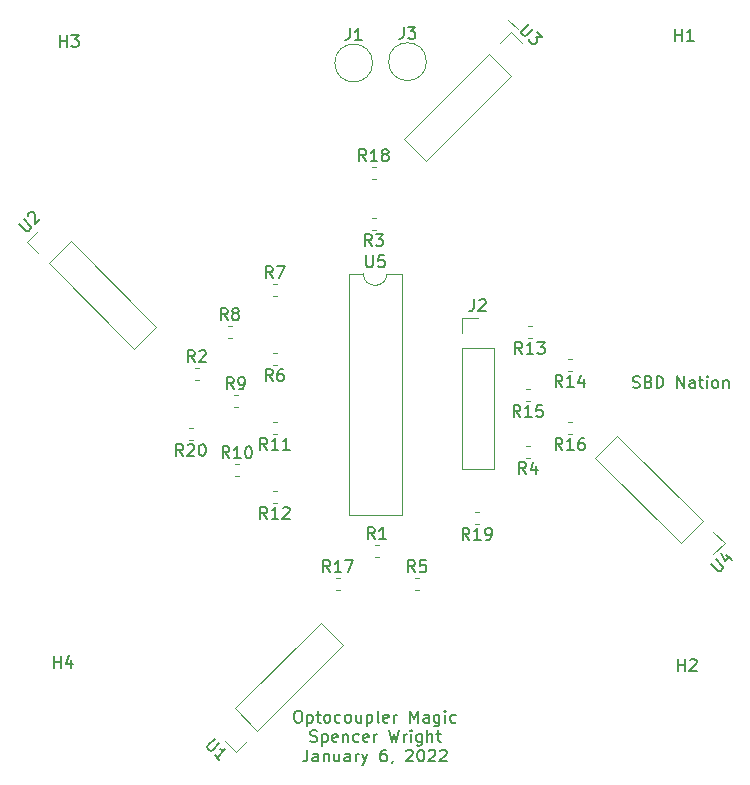
<source format=gto>
G04 #@! TF.GenerationSoftware,KiCad,Pcbnew,(5.1.6-0-10_14)*
G04 #@! TF.CreationDate,2022-01-06T22:32:46-06:00*
G04 #@! TF.ProjectId,opto_isolator,6f70746f-5f69-4736-9f6c-61746f722e6b,rev?*
G04 #@! TF.SameCoordinates,Original*
G04 #@! TF.FileFunction,Legend,Top*
G04 #@! TF.FilePolarity,Positive*
%FSLAX46Y46*%
G04 Gerber Fmt 4.6, Leading zero omitted, Abs format (unit mm)*
G04 Created by KiCad (PCBNEW (5.1.6-0-10_14)) date 2022-01-06 22:32:46*
%MOMM*%
%LPD*%
G01*
G04 APERTURE LIST*
%ADD10C,0.150000*%
%ADD11C,0.120000*%
%ADD12C,0.100000*%
%ADD13R,1.800000X1.800000*%
%ADD14O,1.800000X1.800000*%
%ADD15R,2.500000X1.700000*%
%ADD16O,2.500000X1.700000*%
%ADD17C,2.700000*%
%ADD18C,3.100000*%
G04 APERTURE END LIST*
D10*
X150106571Y-81938761D02*
X150249428Y-81986380D01*
X150487523Y-81986380D01*
X150582761Y-81938761D01*
X150630380Y-81891142D01*
X150678000Y-81795904D01*
X150678000Y-81700666D01*
X150630380Y-81605428D01*
X150582761Y-81557809D01*
X150487523Y-81510190D01*
X150297047Y-81462571D01*
X150201809Y-81414952D01*
X150154190Y-81367333D01*
X150106571Y-81272095D01*
X150106571Y-81176857D01*
X150154190Y-81081619D01*
X150201809Y-81034000D01*
X150297047Y-80986380D01*
X150535142Y-80986380D01*
X150678000Y-81034000D01*
X151439904Y-81462571D02*
X151582761Y-81510190D01*
X151630380Y-81557809D01*
X151678000Y-81653047D01*
X151678000Y-81795904D01*
X151630380Y-81891142D01*
X151582761Y-81938761D01*
X151487523Y-81986380D01*
X151106571Y-81986380D01*
X151106571Y-80986380D01*
X151439904Y-80986380D01*
X151535142Y-81034000D01*
X151582761Y-81081619D01*
X151630380Y-81176857D01*
X151630380Y-81272095D01*
X151582761Y-81367333D01*
X151535142Y-81414952D01*
X151439904Y-81462571D01*
X151106571Y-81462571D01*
X152106571Y-81986380D02*
X152106571Y-80986380D01*
X152344666Y-80986380D01*
X152487523Y-81034000D01*
X152582761Y-81129238D01*
X152630380Y-81224476D01*
X152678000Y-81414952D01*
X152678000Y-81557809D01*
X152630380Y-81748285D01*
X152582761Y-81843523D01*
X152487523Y-81938761D01*
X152344666Y-81986380D01*
X152106571Y-81986380D01*
X153868476Y-81986380D02*
X153868476Y-80986380D01*
X154439904Y-81986380D01*
X154439904Y-80986380D01*
X155344666Y-81986380D02*
X155344666Y-81462571D01*
X155297047Y-81367333D01*
X155201809Y-81319714D01*
X155011333Y-81319714D01*
X154916095Y-81367333D01*
X155344666Y-81938761D02*
X155249428Y-81986380D01*
X155011333Y-81986380D01*
X154916095Y-81938761D01*
X154868476Y-81843523D01*
X154868476Y-81748285D01*
X154916095Y-81653047D01*
X155011333Y-81605428D01*
X155249428Y-81605428D01*
X155344666Y-81557809D01*
X155678000Y-81319714D02*
X156058952Y-81319714D01*
X155820857Y-80986380D02*
X155820857Y-81843523D01*
X155868476Y-81938761D01*
X155963714Y-81986380D01*
X156058952Y-81986380D01*
X156392285Y-81986380D02*
X156392285Y-81319714D01*
X156392285Y-80986380D02*
X156344666Y-81034000D01*
X156392285Y-81081619D01*
X156439904Y-81034000D01*
X156392285Y-80986380D01*
X156392285Y-81081619D01*
X157011333Y-81986380D02*
X156916095Y-81938761D01*
X156868476Y-81891142D01*
X156820857Y-81795904D01*
X156820857Y-81510190D01*
X156868476Y-81414952D01*
X156916095Y-81367333D01*
X157011333Y-81319714D01*
X157154190Y-81319714D01*
X157249428Y-81367333D01*
X157297047Y-81414952D01*
X157344666Y-81510190D01*
X157344666Y-81795904D01*
X157297047Y-81891142D01*
X157249428Y-81938761D01*
X157154190Y-81986380D01*
X157011333Y-81986380D01*
X157773238Y-81319714D02*
X157773238Y-81986380D01*
X157773238Y-81414952D02*
X157820857Y-81367333D01*
X157916095Y-81319714D01*
X158058952Y-81319714D01*
X158154190Y-81367333D01*
X158201809Y-81462571D01*
X158201809Y-81986380D01*
X121674761Y-109308380D02*
X121865238Y-109308380D01*
X121960476Y-109356000D01*
X122055714Y-109451238D01*
X122103333Y-109641714D01*
X122103333Y-109975047D01*
X122055714Y-110165523D01*
X121960476Y-110260761D01*
X121865238Y-110308380D01*
X121674761Y-110308380D01*
X121579523Y-110260761D01*
X121484285Y-110165523D01*
X121436666Y-109975047D01*
X121436666Y-109641714D01*
X121484285Y-109451238D01*
X121579523Y-109356000D01*
X121674761Y-109308380D01*
X122531904Y-109641714D02*
X122531904Y-110641714D01*
X122531904Y-109689333D02*
X122627142Y-109641714D01*
X122817619Y-109641714D01*
X122912857Y-109689333D01*
X122960476Y-109736952D01*
X123008095Y-109832190D01*
X123008095Y-110117904D01*
X122960476Y-110213142D01*
X122912857Y-110260761D01*
X122817619Y-110308380D01*
X122627142Y-110308380D01*
X122531904Y-110260761D01*
X123293809Y-109641714D02*
X123674761Y-109641714D01*
X123436666Y-109308380D02*
X123436666Y-110165523D01*
X123484285Y-110260761D01*
X123579523Y-110308380D01*
X123674761Y-110308380D01*
X124150952Y-110308380D02*
X124055714Y-110260761D01*
X124008095Y-110213142D01*
X123960476Y-110117904D01*
X123960476Y-109832190D01*
X124008095Y-109736952D01*
X124055714Y-109689333D01*
X124150952Y-109641714D01*
X124293809Y-109641714D01*
X124389047Y-109689333D01*
X124436666Y-109736952D01*
X124484285Y-109832190D01*
X124484285Y-110117904D01*
X124436666Y-110213142D01*
X124389047Y-110260761D01*
X124293809Y-110308380D01*
X124150952Y-110308380D01*
X125341428Y-110260761D02*
X125246190Y-110308380D01*
X125055714Y-110308380D01*
X124960476Y-110260761D01*
X124912857Y-110213142D01*
X124865238Y-110117904D01*
X124865238Y-109832190D01*
X124912857Y-109736952D01*
X124960476Y-109689333D01*
X125055714Y-109641714D01*
X125246190Y-109641714D01*
X125341428Y-109689333D01*
X125912857Y-110308380D02*
X125817619Y-110260761D01*
X125770000Y-110213142D01*
X125722380Y-110117904D01*
X125722380Y-109832190D01*
X125770000Y-109736952D01*
X125817619Y-109689333D01*
X125912857Y-109641714D01*
X126055714Y-109641714D01*
X126150952Y-109689333D01*
X126198571Y-109736952D01*
X126246190Y-109832190D01*
X126246190Y-110117904D01*
X126198571Y-110213142D01*
X126150952Y-110260761D01*
X126055714Y-110308380D01*
X125912857Y-110308380D01*
X127103333Y-109641714D02*
X127103333Y-110308380D01*
X126674761Y-109641714D02*
X126674761Y-110165523D01*
X126722380Y-110260761D01*
X126817619Y-110308380D01*
X126960476Y-110308380D01*
X127055714Y-110260761D01*
X127103333Y-110213142D01*
X127579523Y-109641714D02*
X127579523Y-110641714D01*
X127579523Y-109689333D02*
X127674761Y-109641714D01*
X127865238Y-109641714D01*
X127960476Y-109689333D01*
X128008095Y-109736952D01*
X128055714Y-109832190D01*
X128055714Y-110117904D01*
X128008095Y-110213142D01*
X127960476Y-110260761D01*
X127865238Y-110308380D01*
X127674761Y-110308380D01*
X127579523Y-110260761D01*
X128627142Y-110308380D02*
X128531904Y-110260761D01*
X128484285Y-110165523D01*
X128484285Y-109308380D01*
X129389047Y-110260761D02*
X129293809Y-110308380D01*
X129103333Y-110308380D01*
X129008095Y-110260761D01*
X128960476Y-110165523D01*
X128960476Y-109784571D01*
X129008095Y-109689333D01*
X129103333Y-109641714D01*
X129293809Y-109641714D01*
X129389047Y-109689333D01*
X129436666Y-109784571D01*
X129436666Y-109879809D01*
X128960476Y-109975047D01*
X129865238Y-110308380D02*
X129865238Y-109641714D01*
X129865238Y-109832190D02*
X129912857Y-109736952D01*
X129960476Y-109689333D01*
X130055714Y-109641714D01*
X130150952Y-109641714D01*
X131246190Y-110308380D02*
X131246190Y-109308380D01*
X131579523Y-110022666D01*
X131912857Y-109308380D01*
X131912857Y-110308380D01*
X132817619Y-110308380D02*
X132817619Y-109784571D01*
X132770000Y-109689333D01*
X132674761Y-109641714D01*
X132484285Y-109641714D01*
X132389047Y-109689333D01*
X132817619Y-110260761D02*
X132722380Y-110308380D01*
X132484285Y-110308380D01*
X132389047Y-110260761D01*
X132341428Y-110165523D01*
X132341428Y-110070285D01*
X132389047Y-109975047D01*
X132484285Y-109927428D01*
X132722380Y-109927428D01*
X132817619Y-109879809D01*
X133722380Y-109641714D02*
X133722380Y-110451238D01*
X133674761Y-110546476D01*
X133627142Y-110594095D01*
X133531904Y-110641714D01*
X133389047Y-110641714D01*
X133293809Y-110594095D01*
X133722380Y-110260761D02*
X133627142Y-110308380D01*
X133436666Y-110308380D01*
X133341428Y-110260761D01*
X133293809Y-110213142D01*
X133246190Y-110117904D01*
X133246190Y-109832190D01*
X133293809Y-109736952D01*
X133341428Y-109689333D01*
X133436666Y-109641714D01*
X133627142Y-109641714D01*
X133722380Y-109689333D01*
X134198571Y-110308380D02*
X134198571Y-109641714D01*
X134198571Y-109308380D02*
X134150952Y-109356000D01*
X134198571Y-109403619D01*
X134246190Y-109356000D01*
X134198571Y-109308380D01*
X134198571Y-109403619D01*
X135103333Y-110260761D02*
X135008095Y-110308380D01*
X134817619Y-110308380D01*
X134722380Y-110260761D01*
X134674761Y-110213142D01*
X134627142Y-110117904D01*
X134627142Y-109832190D01*
X134674761Y-109736952D01*
X134722380Y-109689333D01*
X134817619Y-109641714D01*
X135008095Y-109641714D01*
X135103333Y-109689333D01*
X122793809Y-111910761D02*
X122936666Y-111958380D01*
X123174761Y-111958380D01*
X123270000Y-111910761D01*
X123317619Y-111863142D01*
X123365238Y-111767904D01*
X123365238Y-111672666D01*
X123317619Y-111577428D01*
X123270000Y-111529809D01*
X123174761Y-111482190D01*
X122984285Y-111434571D01*
X122889047Y-111386952D01*
X122841428Y-111339333D01*
X122793809Y-111244095D01*
X122793809Y-111148857D01*
X122841428Y-111053619D01*
X122889047Y-111006000D01*
X122984285Y-110958380D01*
X123222380Y-110958380D01*
X123365238Y-111006000D01*
X123793809Y-111291714D02*
X123793809Y-112291714D01*
X123793809Y-111339333D02*
X123889047Y-111291714D01*
X124079523Y-111291714D01*
X124174761Y-111339333D01*
X124222380Y-111386952D01*
X124270000Y-111482190D01*
X124270000Y-111767904D01*
X124222380Y-111863142D01*
X124174761Y-111910761D01*
X124079523Y-111958380D01*
X123889047Y-111958380D01*
X123793809Y-111910761D01*
X125079523Y-111910761D02*
X124984285Y-111958380D01*
X124793809Y-111958380D01*
X124698571Y-111910761D01*
X124650952Y-111815523D01*
X124650952Y-111434571D01*
X124698571Y-111339333D01*
X124793809Y-111291714D01*
X124984285Y-111291714D01*
X125079523Y-111339333D01*
X125127142Y-111434571D01*
X125127142Y-111529809D01*
X124650952Y-111625047D01*
X125555714Y-111291714D02*
X125555714Y-111958380D01*
X125555714Y-111386952D02*
X125603333Y-111339333D01*
X125698571Y-111291714D01*
X125841428Y-111291714D01*
X125936666Y-111339333D01*
X125984285Y-111434571D01*
X125984285Y-111958380D01*
X126889047Y-111910761D02*
X126793809Y-111958380D01*
X126603333Y-111958380D01*
X126508095Y-111910761D01*
X126460476Y-111863142D01*
X126412857Y-111767904D01*
X126412857Y-111482190D01*
X126460476Y-111386952D01*
X126508095Y-111339333D01*
X126603333Y-111291714D01*
X126793809Y-111291714D01*
X126889047Y-111339333D01*
X127698571Y-111910761D02*
X127603333Y-111958380D01*
X127412857Y-111958380D01*
X127317619Y-111910761D01*
X127270000Y-111815523D01*
X127270000Y-111434571D01*
X127317619Y-111339333D01*
X127412857Y-111291714D01*
X127603333Y-111291714D01*
X127698571Y-111339333D01*
X127746190Y-111434571D01*
X127746190Y-111529809D01*
X127270000Y-111625047D01*
X128174761Y-111958380D02*
X128174761Y-111291714D01*
X128174761Y-111482190D02*
X128222380Y-111386952D01*
X128270000Y-111339333D01*
X128365238Y-111291714D01*
X128460476Y-111291714D01*
X129460476Y-110958380D02*
X129698571Y-111958380D01*
X129889047Y-111244095D01*
X130079523Y-111958380D01*
X130317619Y-110958380D01*
X130698571Y-111958380D02*
X130698571Y-111291714D01*
X130698571Y-111482190D02*
X130746190Y-111386952D01*
X130793809Y-111339333D01*
X130889047Y-111291714D01*
X130984285Y-111291714D01*
X131317619Y-111958380D02*
X131317619Y-111291714D01*
X131317619Y-110958380D02*
X131270000Y-111006000D01*
X131317619Y-111053619D01*
X131365238Y-111006000D01*
X131317619Y-110958380D01*
X131317619Y-111053619D01*
X132222380Y-111291714D02*
X132222380Y-112101238D01*
X132174761Y-112196476D01*
X132127142Y-112244095D01*
X132031904Y-112291714D01*
X131889047Y-112291714D01*
X131793809Y-112244095D01*
X132222380Y-111910761D02*
X132127142Y-111958380D01*
X131936666Y-111958380D01*
X131841428Y-111910761D01*
X131793809Y-111863142D01*
X131746190Y-111767904D01*
X131746190Y-111482190D01*
X131793809Y-111386952D01*
X131841428Y-111339333D01*
X131936666Y-111291714D01*
X132127142Y-111291714D01*
X132222380Y-111339333D01*
X132698571Y-111958380D02*
X132698571Y-110958380D01*
X133127142Y-111958380D02*
X133127142Y-111434571D01*
X133079523Y-111339333D01*
X132984285Y-111291714D01*
X132841428Y-111291714D01*
X132746190Y-111339333D01*
X132698571Y-111386952D01*
X133460476Y-111291714D02*
X133841428Y-111291714D01*
X133603333Y-110958380D02*
X133603333Y-111815523D01*
X133650952Y-111910761D01*
X133746190Y-111958380D01*
X133841428Y-111958380D01*
X122531904Y-112608380D02*
X122531904Y-113322666D01*
X122484285Y-113465523D01*
X122389047Y-113560761D01*
X122246190Y-113608380D01*
X122150952Y-113608380D01*
X123436666Y-113608380D02*
X123436666Y-113084571D01*
X123389047Y-112989333D01*
X123293809Y-112941714D01*
X123103333Y-112941714D01*
X123008095Y-112989333D01*
X123436666Y-113560761D02*
X123341428Y-113608380D01*
X123103333Y-113608380D01*
X123008095Y-113560761D01*
X122960476Y-113465523D01*
X122960476Y-113370285D01*
X123008095Y-113275047D01*
X123103333Y-113227428D01*
X123341428Y-113227428D01*
X123436666Y-113179809D01*
X123912857Y-112941714D02*
X123912857Y-113608380D01*
X123912857Y-113036952D02*
X123960476Y-112989333D01*
X124055714Y-112941714D01*
X124198571Y-112941714D01*
X124293809Y-112989333D01*
X124341428Y-113084571D01*
X124341428Y-113608380D01*
X125246190Y-112941714D02*
X125246190Y-113608380D01*
X124817619Y-112941714D02*
X124817619Y-113465523D01*
X124865238Y-113560761D01*
X124960476Y-113608380D01*
X125103333Y-113608380D01*
X125198571Y-113560761D01*
X125246190Y-113513142D01*
X126150952Y-113608380D02*
X126150952Y-113084571D01*
X126103333Y-112989333D01*
X126008095Y-112941714D01*
X125817619Y-112941714D01*
X125722380Y-112989333D01*
X126150952Y-113560761D02*
X126055714Y-113608380D01*
X125817619Y-113608380D01*
X125722380Y-113560761D01*
X125674761Y-113465523D01*
X125674761Y-113370285D01*
X125722380Y-113275047D01*
X125817619Y-113227428D01*
X126055714Y-113227428D01*
X126150952Y-113179809D01*
X126627142Y-113608380D02*
X126627142Y-112941714D01*
X126627142Y-113132190D02*
X126674761Y-113036952D01*
X126722380Y-112989333D01*
X126817619Y-112941714D01*
X126912857Y-112941714D01*
X127150952Y-112941714D02*
X127389047Y-113608380D01*
X127627142Y-112941714D02*
X127389047Y-113608380D01*
X127293809Y-113846476D01*
X127246190Y-113894095D01*
X127150952Y-113941714D01*
X129198571Y-112608380D02*
X129008095Y-112608380D01*
X128912857Y-112656000D01*
X128865238Y-112703619D01*
X128770000Y-112846476D01*
X128722380Y-113036952D01*
X128722380Y-113417904D01*
X128770000Y-113513142D01*
X128817619Y-113560761D01*
X128912857Y-113608380D01*
X129103333Y-113608380D01*
X129198571Y-113560761D01*
X129246190Y-113513142D01*
X129293809Y-113417904D01*
X129293809Y-113179809D01*
X129246190Y-113084571D01*
X129198571Y-113036952D01*
X129103333Y-112989333D01*
X128912857Y-112989333D01*
X128817619Y-113036952D01*
X128770000Y-113084571D01*
X128722380Y-113179809D01*
X129770000Y-113560761D02*
X129770000Y-113608380D01*
X129722380Y-113703619D01*
X129674761Y-113751238D01*
X130912857Y-112703619D02*
X130960476Y-112656000D01*
X131055714Y-112608380D01*
X131293809Y-112608380D01*
X131389047Y-112656000D01*
X131436666Y-112703619D01*
X131484285Y-112798857D01*
X131484285Y-112894095D01*
X131436666Y-113036952D01*
X130865238Y-113608380D01*
X131484285Y-113608380D01*
X132103333Y-112608380D02*
X132198571Y-112608380D01*
X132293809Y-112656000D01*
X132341428Y-112703619D01*
X132389047Y-112798857D01*
X132436666Y-112989333D01*
X132436666Y-113227428D01*
X132389047Y-113417904D01*
X132341428Y-113513142D01*
X132293809Y-113560761D01*
X132198571Y-113608380D01*
X132103333Y-113608380D01*
X132008095Y-113560761D01*
X131960476Y-113513142D01*
X131912857Y-113417904D01*
X131865238Y-113227428D01*
X131865238Y-112989333D01*
X131912857Y-112798857D01*
X131960476Y-112703619D01*
X132008095Y-112656000D01*
X132103333Y-112608380D01*
X132817619Y-112703619D02*
X132865238Y-112656000D01*
X132960476Y-112608380D01*
X133198571Y-112608380D01*
X133293809Y-112656000D01*
X133341428Y-112703619D01*
X133389047Y-112798857D01*
X133389047Y-112894095D01*
X133341428Y-113036952D01*
X132770000Y-113608380D01*
X133389047Y-113608380D01*
X133770000Y-112703619D02*
X133817619Y-112656000D01*
X133912857Y-112608380D01*
X134150952Y-112608380D01*
X134246190Y-112656000D01*
X134293809Y-112703619D01*
X134341428Y-112798857D01*
X134341428Y-112894095D01*
X134293809Y-113036952D01*
X133722380Y-113608380D01*
X134341428Y-113608380D01*
D11*
X140400000Y-51620000D02*
X139570000Y-50790000D01*
X139780000Y-51849096D02*
X140720452Y-52789548D01*
X138839548Y-52789548D02*
X139780000Y-51849096D01*
X137941522Y-53687574D02*
X139822426Y-55568478D01*
X139822426Y-55568478D02*
X132595795Y-62795109D01*
X137941522Y-53687574D02*
X130714891Y-60914205D01*
X130714891Y-60914205D02*
X132595795Y-62795109D01*
X135650000Y-76030000D02*
X136980000Y-76030000D01*
X135650000Y-77360000D02*
X135650000Y-76030000D01*
X135650000Y-78630000D02*
X138310000Y-78630000D01*
X138310000Y-78630000D02*
X138310000Y-88850000D01*
X135650000Y-78630000D02*
X135650000Y-88850000D01*
X135650000Y-88850000D02*
X138310000Y-88850000D01*
X128239733Y-96268000D02*
X128582267Y-96268000D01*
X128239733Y-95248000D02*
X128582267Y-95248000D01*
X112999733Y-80262000D02*
X113342267Y-80262000D01*
X112999733Y-81282000D02*
X113342267Y-81282000D01*
X128328267Y-67562000D02*
X127985733Y-67562000D01*
X128328267Y-68582000D02*
X127985733Y-68582000D01*
X141395267Y-87886000D02*
X141052733Y-87886000D01*
X141395267Y-86866000D02*
X141052733Y-86866000D01*
X131654733Y-98042000D02*
X131997267Y-98042000D01*
X131654733Y-99062000D02*
X131997267Y-99062000D01*
X119946267Y-78992000D02*
X119603733Y-78992000D01*
X119946267Y-80012000D02*
X119603733Y-80012000D01*
X119603733Y-73150000D02*
X119946267Y-73150000D01*
X119603733Y-74170000D02*
X119946267Y-74170000D01*
X115793733Y-77726000D02*
X116136267Y-77726000D01*
X115793733Y-76706000D02*
X116136267Y-76706000D01*
X116301733Y-82548000D02*
X116644267Y-82548000D01*
X116301733Y-83568000D02*
X116644267Y-83568000D01*
X116414733Y-89410000D02*
X116757267Y-89410000D01*
X116414733Y-88390000D02*
X116757267Y-88390000D01*
X119946267Y-85854000D02*
X119603733Y-85854000D01*
X119946267Y-84834000D02*
X119603733Y-84834000D01*
X119946267Y-90676000D02*
X119603733Y-90676000D01*
X119946267Y-91696000D02*
X119603733Y-91696000D01*
X141536267Y-77726000D02*
X141193733Y-77726000D01*
X141536267Y-76706000D02*
X141193733Y-76706000D01*
X144951267Y-79500000D02*
X144608733Y-79500000D01*
X144951267Y-80520000D02*
X144608733Y-80520000D01*
X141395267Y-83060000D02*
X141052733Y-83060000D01*
X141395267Y-82040000D02*
X141052733Y-82040000D01*
X144951267Y-84834000D02*
X144608733Y-84834000D01*
X144951267Y-85854000D02*
X144608733Y-85854000D01*
X116480000Y-112830904D02*
X115539548Y-111890452D01*
X117420452Y-111890452D02*
X116480000Y-112830904D01*
X118318478Y-110992426D02*
X116437574Y-109111522D01*
X116437574Y-109111522D02*
X123664205Y-101884891D01*
X118318478Y-110992426D02*
X125545109Y-103765795D01*
X125545109Y-103765795D02*
X123664205Y-101884891D01*
X107864205Y-78665109D02*
X109745109Y-76784205D01*
X100637574Y-71438478D02*
X107864205Y-78665109D01*
X102518478Y-69557574D02*
X109745109Y-76784205D01*
X100637574Y-71438478D02*
X102518478Y-69557574D01*
X99739548Y-70540452D02*
X98799096Y-69600000D01*
X98799096Y-69600000D02*
X99739548Y-68659548D01*
X157860904Y-95100000D02*
X156920452Y-96040452D01*
X156920452Y-94159548D02*
X157860904Y-95100000D01*
X156022426Y-93261522D02*
X154141522Y-95142426D01*
X154141522Y-95142426D02*
X146914891Y-87915795D01*
X156022426Y-93261522D02*
X148795795Y-86034891D01*
X148795795Y-86034891D02*
X146914891Y-87915795D01*
X130530000Y-72300000D02*
X129280000Y-72300000D01*
X130530000Y-92740000D02*
X130530000Y-72300000D01*
X126030000Y-92740000D02*
X130530000Y-92740000D01*
X126030000Y-72300000D02*
X126030000Y-92740000D01*
X127280000Y-72300000D02*
X126030000Y-72300000D01*
X129280000Y-72300000D02*
G75*
G02*
X127280000Y-72300000I-1000000J0D01*
G01*
X128060781Y-54470000D02*
G75*
G03*
X128060781Y-54470000I-1600781J0D01*
G01*
X132620781Y-54356000D02*
G75*
G03*
X132620781Y-54356000I-1600781J0D01*
G01*
X124937733Y-98042000D02*
X125280267Y-98042000D01*
X124937733Y-99062000D02*
X125280267Y-99062000D01*
X127985733Y-64264000D02*
X128328267Y-64264000D01*
X127985733Y-63244000D02*
X128328267Y-63244000D01*
X137077267Y-93474000D02*
X136734733Y-93474000D01*
X137077267Y-92454000D02*
X136734733Y-92454000D01*
X112834267Y-85342000D02*
X112491733Y-85342000D01*
X112834267Y-86362000D02*
X112491733Y-86362000D01*
D10*
X141276036Y-51156467D02*
X140703616Y-51728887D01*
X140669944Y-51829902D01*
X140669944Y-51897246D01*
X140703616Y-51998261D01*
X140838303Y-52132948D01*
X140939318Y-52166620D01*
X141006662Y-52166620D01*
X141107677Y-52132948D01*
X141680097Y-51560528D01*
X141949471Y-51829902D02*
X142387203Y-52267635D01*
X141882127Y-52301307D01*
X141983142Y-52402322D01*
X142016814Y-52503337D01*
X142016814Y-52570681D01*
X141983142Y-52671696D01*
X141814784Y-52840055D01*
X141713768Y-52873727D01*
X141646425Y-52873727D01*
X141545410Y-52840055D01*
X141343379Y-52638024D01*
X141309707Y-52537009D01*
X141309707Y-52469666D01*
X136646666Y-74482380D02*
X136646666Y-75196666D01*
X136599047Y-75339523D01*
X136503809Y-75434761D01*
X136360952Y-75482380D01*
X136265714Y-75482380D01*
X137075238Y-74577619D02*
X137122857Y-74530000D01*
X137218095Y-74482380D01*
X137456190Y-74482380D01*
X137551428Y-74530000D01*
X137599047Y-74577619D01*
X137646666Y-74672857D01*
X137646666Y-74768095D01*
X137599047Y-74910952D01*
X137027619Y-75482380D01*
X137646666Y-75482380D01*
X128244333Y-94780380D02*
X127911000Y-94304190D01*
X127672904Y-94780380D02*
X127672904Y-93780380D01*
X128053857Y-93780380D01*
X128149095Y-93828000D01*
X128196714Y-93875619D01*
X128244333Y-93970857D01*
X128244333Y-94113714D01*
X128196714Y-94208952D01*
X128149095Y-94256571D01*
X128053857Y-94304190D01*
X127672904Y-94304190D01*
X129196714Y-94780380D02*
X128625285Y-94780380D01*
X128911000Y-94780380D02*
X128911000Y-93780380D01*
X128815761Y-93923238D01*
X128720523Y-94018476D01*
X128625285Y-94066095D01*
X113004333Y-79794380D02*
X112671000Y-79318190D01*
X112432904Y-79794380D02*
X112432904Y-78794380D01*
X112813857Y-78794380D01*
X112909095Y-78842000D01*
X112956714Y-78889619D01*
X113004333Y-78984857D01*
X113004333Y-79127714D01*
X112956714Y-79222952D01*
X112909095Y-79270571D01*
X112813857Y-79318190D01*
X112432904Y-79318190D01*
X113385285Y-78889619D02*
X113432904Y-78842000D01*
X113528142Y-78794380D01*
X113766238Y-78794380D01*
X113861476Y-78842000D01*
X113909095Y-78889619D01*
X113956714Y-78984857D01*
X113956714Y-79080095D01*
X113909095Y-79222952D01*
X113337666Y-79794380D01*
X113956714Y-79794380D01*
X127990333Y-69954380D02*
X127657000Y-69478190D01*
X127418904Y-69954380D02*
X127418904Y-68954380D01*
X127799857Y-68954380D01*
X127895095Y-69002000D01*
X127942714Y-69049619D01*
X127990333Y-69144857D01*
X127990333Y-69287714D01*
X127942714Y-69382952D01*
X127895095Y-69430571D01*
X127799857Y-69478190D01*
X127418904Y-69478190D01*
X128323666Y-68954380D02*
X128942714Y-68954380D01*
X128609380Y-69335333D01*
X128752238Y-69335333D01*
X128847476Y-69382952D01*
X128895095Y-69430571D01*
X128942714Y-69525809D01*
X128942714Y-69763904D01*
X128895095Y-69859142D01*
X128847476Y-69906761D01*
X128752238Y-69954380D01*
X128466523Y-69954380D01*
X128371285Y-69906761D01*
X128323666Y-69859142D01*
X141057333Y-89258380D02*
X140724000Y-88782190D01*
X140485904Y-89258380D02*
X140485904Y-88258380D01*
X140866857Y-88258380D01*
X140962095Y-88306000D01*
X141009714Y-88353619D01*
X141057333Y-88448857D01*
X141057333Y-88591714D01*
X141009714Y-88686952D01*
X140962095Y-88734571D01*
X140866857Y-88782190D01*
X140485904Y-88782190D01*
X141914476Y-88591714D02*
X141914476Y-89258380D01*
X141676380Y-88210761D02*
X141438285Y-88925047D01*
X142057333Y-88925047D01*
X131659333Y-97574380D02*
X131326000Y-97098190D01*
X131087904Y-97574380D02*
X131087904Y-96574380D01*
X131468857Y-96574380D01*
X131564095Y-96622000D01*
X131611714Y-96669619D01*
X131659333Y-96764857D01*
X131659333Y-96907714D01*
X131611714Y-97002952D01*
X131564095Y-97050571D01*
X131468857Y-97098190D01*
X131087904Y-97098190D01*
X132564095Y-96574380D02*
X132087904Y-96574380D01*
X132040285Y-97050571D01*
X132087904Y-97002952D01*
X132183142Y-96955333D01*
X132421238Y-96955333D01*
X132516476Y-97002952D01*
X132564095Y-97050571D01*
X132611714Y-97145809D01*
X132611714Y-97383904D01*
X132564095Y-97479142D01*
X132516476Y-97526761D01*
X132421238Y-97574380D01*
X132183142Y-97574380D01*
X132087904Y-97526761D01*
X132040285Y-97479142D01*
X119608333Y-81384380D02*
X119275000Y-80908190D01*
X119036904Y-81384380D02*
X119036904Y-80384380D01*
X119417857Y-80384380D01*
X119513095Y-80432000D01*
X119560714Y-80479619D01*
X119608333Y-80574857D01*
X119608333Y-80717714D01*
X119560714Y-80812952D01*
X119513095Y-80860571D01*
X119417857Y-80908190D01*
X119036904Y-80908190D01*
X120465476Y-80384380D02*
X120275000Y-80384380D01*
X120179761Y-80432000D01*
X120132142Y-80479619D01*
X120036904Y-80622476D01*
X119989285Y-80812952D01*
X119989285Y-81193904D01*
X120036904Y-81289142D01*
X120084523Y-81336761D01*
X120179761Y-81384380D01*
X120370238Y-81384380D01*
X120465476Y-81336761D01*
X120513095Y-81289142D01*
X120560714Y-81193904D01*
X120560714Y-80955809D01*
X120513095Y-80860571D01*
X120465476Y-80812952D01*
X120370238Y-80765333D01*
X120179761Y-80765333D01*
X120084523Y-80812952D01*
X120036904Y-80860571D01*
X119989285Y-80955809D01*
X119608333Y-72682380D02*
X119275000Y-72206190D01*
X119036904Y-72682380D02*
X119036904Y-71682380D01*
X119417857Y-71682380D01*
X119513095Y-71730000D01*
X119560714Y-71777619D01*
X119608333Y-71872857D01*
X119608333Y-72015714D01*
X119560714Y-72110952D01*
X119513095Y-72158571D01*
X119417857Y-72206190D01*
X119036904Y-72206190D01*
X119941666Y-71682380D02*
X120608333Y-71682380D01*
X120179761Y-72682380D01*
X115798333Y-76238380D02*
X115465000Y-75762190D01*
X115226904Y-76238380D02*
X115226904Y-75238380D01*
X115607857Y-75238380D01*
X115703095Y-75286000D01*
X115750714Y-75333619D01*
X115798333Y-75428857D01*
X115798333Y-75571714D01*
X115750714Y-75666952D01*
X115703095Y-75714571D01*
X115607857Y-75762190D01*
X115226904Y-75762190D01*
X116369761Y-75666952D02*
X116274523Y-75619333D01*
X116226904Y-75571714D01*
X116179285Y-75476476D01*
X116179285Y-75428857D01*
X116226904Y-75333619D01*
X116274523Y-75286000D01*
X116369761Y-75238380D01*
X116560238Y-75238380D01*
X116655476Y-75286000D01*
X116703095Y-75333619D01*
X116750714Y-75428857D01*
X116750714Y-75476476D01*
X116703095Y-75571714D01*
X116655476Y-75619333D01*
X116560238Y-75666952D01*
X116369761Y-75666952D01*
X116274523Y-75714571D01*
X116226904Y-75762190D01*
X116179285Y-75857428D01*
X116179285Y-76047904D01*
X116226904Y-76143142D01*
X116274523Y-76190761D01*
X116369761Y-76238380D01*
X116560238Y-76238380D01*
X116655476Y-76190761D01*
X116703095Y-76143142D01*
X116750714Y-76047904D01*
X116750714Y-75857428D01*
X116703095Y-75762190D01*
X116655476Y-75714571D01*
X116560238Y-75666952D01*
X116306333Y-82080380D02*
X115973000Y-81604190D01*
X115734904Y-82080380D02*
X115734904Y-81080380D01*
X116115857Y-81080380D01*
X116211095Y-81128000D01*
X116258714Y-81175619D01*
X116306333Y-81270857D01*
X116306333Y-81413714D01*
X116258714Y-81508952D01*
X116211095Y-81556571D01*
X116115857Y-81604190D01*
X115734904Y-81604190D01*
X116782523Y-82080380D02*
X116973000Y-82080380D01*
X117068238Y-82032761D01*
X117115857Y-81985142D01*
X117211095Y-81842285D01*
X117258714Y-81651809D01*
X117258714Y-81270857D01*
X117211095Y-81175619D01*
X117163476Y-81128000D01*
X117068238Y-81080380D01*
X116877761Y-81080380D01*
X116782523Y-81128000D01*
X116734904Y-81175619D01*
X116687285Y-81270857D01*
X116687285Y-81508952D01*
X116734904Y-81604190D01*
X116782523Y-81651809D01*
X116877761Y-81699428D01*
X117068238Y-81699428D01*
X117163476Y-81651809D01*
X117211095Y-81604190D01*
X117258714Y-81508952D01*
X115943142Y-87922380D02*
X115609809Y-87446190D01*
X115371714Y-87922380D02*
X115371714Y-86922380D01*
X115752666Y-86922380D01*
X115847904Y-86970000D01*
X115895523Y-87017619D01*
X115943142Y-87112857D01*
X115943142Y-87255714D01*
X115895523Y-87350952D01*
X115847904Y-87398571D01*
X115752666Y-87446190D01*
X115371714Y-87446190D01*
X116895523Y-87922380D02*
X116324095Y-87922380D01*
X116609809Y-87922380D02*
X116609809Y-86922380D01*
X116514571Y-87065238D01*
X116419333Y-87160476D01*
X116324095Y-87208095D01*
X117514571Y-86922380D02*
X117609809Y-86922380D01*
X117705047Y-86970000D01*
X117752666Y-87017619D01*
X117800285Y-87112857D01*
X117847904Y-87303333D01*
X117847904Y-87541428D01*
X117800285Y-87731904D01*
X117752666Y-87827142D01*
X117705047Y-87874761D01*
X117609809Y-87922380D01*
X117514571Y-87922380D01*
X117419333Y-87874761D01*
X117371714Y-87827142D01*
X117324095Y-87731904D01*
X117276476Y-87541428D01*
X117276476Y-87303333D01*
X117324095Y-87112857D01*
X117371714Y-87017619D01*
X117419333Y-86970000D01*
X117514571Y-86922380D01*
X119132142Y-87226380D02*
X118798809Y-86750190D01*
X118560714Y-87226380D02*
X118560714Y-86226380D01*
X118941666Y-86226380D01*
X119036904Y-86274000D01*
X119084523Y-86321619D01*
X119132142Y-86416857D01*
X119132142Y-86559714D01*
X119084523Y-86654952D01*
X119036904Y-86702571D01*
X118941666Y-86750190D01*
X118560714Y-86750190D01*
X120084523Y-87226380D02*
X119513095Y-87226380D01*
X119798809Y-87226380D02*
X119798809Y-86226380D01*
X119703571Y-86369238D01*
X119608333Y-86464476D01*
X119513095Y-86512095D01*
X121036904Y-87226380D02*
X120465476Y-87226380D01*
X120751190Y-87226380D02*
X120751190Y-86226380D01*
X120655952Y-86369238D01*
X120560714Y-86464476D01*
X120465476Y-86512095D01*
X119132142Y-93068380D02*
X118798809Y-92592190D01*
X118560714Y-93068380D02*
X118560714Y-92068380D01*
X118941666Y-92068380D01*
X119036904Y-92116000D01*
X119084523Y-92163619D01*
X119132142Y-92258857D01*
X119132142Y-92401714D01*
X119084523Y-92496952D01*
X119036904Y-92544571D01*
X118941666Y-92592190D01*
X118560714Y-92592190D01*
X120084523Y-93068380D02*
X119513095Y-93068380D01*
X119798809Y-93068380D02*
X119798809Y-92068380D01*
X119703571Y-92211238D01*
X119608333Y-92306476D01*
X119513095Y-92354095D01*
X120465476Y-92163619D02*
X120513095Y-92116000D01*
X120608333Y-92068380D01*
X120846428Y-92068380D01*
X120941666Y-92116000D01*
X120989285Y-92163619D01*
X121036904Y-92258857D01*
X121036904Y-92354095D01*
X120989285Y-92496952D01*
X120417857Y-93068380D01*
X121036904Y-93068380D01*
X140722142Y-79098380D02*
X140388809Y-78622190D01*
X140150714Y-79098380D02*
X140150714Y-78098380D01*
X140531666Y-78098380D01*
X140626904Y-78146000D01*
X140674523Y-78193619D01*
X140722142Y-78288857D01*
X140722142Y-78431714D01*
X140674523Y-78526952D01*
X140626904Y-78574571D01*
X140531666Y-78622190D01*
X140150714Y-78622190D01*
X141674523Y-79098380D02*
X141103095Y-79098380D01*
X141388809Y-79098380D02*
X141388809Y-78098380D01*
X141293571Y-78241238D01*
X141198333Y-78336476D01*
X141103095Y-78384095D01*
X142007857Y-78098380D02*
X142626904Y-78098380D01*
X142293571Y-78479333D01*
X142436428Y-78479333D01*
X142531666Y-78526952D01*
X142579285Y-78574571D01*
X142626904Y-78669809D01*
X142626904Y-78907904D01*
X142579285Y-79003142D01*
X142531666Y-79050761D01*
X142436428Y-79098380D01*
X142150714Y-79098380D01*
X142055476Y-79050761D01*
X142007857Y-79003142D01*
X144137142Y-81892380D02*
X143803809Y-81416190D01*
X143565714Y-81892380D02*
X143565714Y-80892380D01*
X143946666Y-80892380D01*
X144041904Y-80940000D01*
X144089523Y-80987619D01*
X144137142Y-81082857D01*
X144137142Y-81225714D01*
X144089523Y-81320952D01*
X144041904Y-81368571D01*
X143946666Y-81416190D01*
X143565714Y-81416190D01*
X145089523Y-81892380D02*
X144518095Y-81892380D01*
X144803809Y-81892380D02*
X144803809Y-80892380D01*
X144708571Y-81035238D01*
X144613333Y-81130476D01*
X144518095Y-81178095D01*
X145946666Y-81225714D02*
X145946666Y-81892380D01*
X145708571Y-80844761D02*
X145470476Y-81559047D01*
X146089523Y-81559047D01*
X140581142Y-84432380D02*
X140247809Y-83956190D01*
X140009714Y-84432380D02*
X140009714Y-83432380D01*
X140390666Y-83432380D01*
X140485904Y-83480000D01*
X140533523Y-83527619D01*
X140581142Y-83622857D01*
X140581142Y-83765714D01*
X140533523Y-83860952D01*
X140485904Y-83908571D01*
X140390666Y-83956190D01*
X140009714Y-83956190D01*
X141533523Y-84432380D02*
X140962095Y-84432380D01*
X141247809Y-84432380D02*
X141247809Y-83432380D01*
X141152571Y-83575238D01*
X141057333Y-83670476D01*
X140962095Y-83718095D01*
X142438285Y-83432380D02*
X141962095Y-83432380D01*
X141914476Y-83908571D01*
X141962095Y-83860952D01*
X142057333Y-83813333D01*
X142295428Y-83813333D01*
X142390666Y-83860952D01*
X142438285Y-83908571D01*
X142485904Y-84003809D01*
X142485904Y-84241904D01*
X142438285Y-84337142D01*
X142390666Y-84384761D01*
X142295428Y-84432380D01*
X142057333Y-84432380D01*
X141962095Y-84384761D01*
X141914476Y-84337142D01*
X144137142Y-87226380D02*
X143803809Y-86750190D01*
X143565714Y-87226380D02*
X143565714Y-86226380D01*
X143946666Y-86226380D01*
X144041904Y-86274000D01*
X144089523Y-86321619D01*
X144137142Y-86416857D01*
X144137142Y-86559714D01*
X144089523Y-86654952D01*
X144041904Y-86702571D01*
X143946666Y-86750190D01*
X143565714Y-86750190D01*
X145089523Y-87226380D02*
X144518095Y-87226380D01*
X144803809Y-87226380D02*
X144803809Y-86226380D01*
X144708571Y-86369238D01*
X144613333Y-86464476D01*
X144518095Y-86512095D01*
X145946666Y-86226380D02*
X145756190Y-86226380D01*
X145660952Y-86274000D01*
X145613333Y-86321619D01*
X145518095Y-86464476D01*
X145470476Y-86654952D01*
X145470476Y-87035904D01*
X145518095Y-87131142D01*
X145565714Y-87178761D01*
X145660952Y-87226380D01*
X145851428Y-87226380D01*
X145946666Y-87178761D01*
X145994285Y-87131142D01*
X146041904Y-87035904D01*
X146041904Y-86797809D01*
X145994285Y-86702571D01*
X145946666Y-86654952D01*
X145851428Y-86607333D01*
X145660952Y-86607333D01*
X145565714Y-86654952D01*
X145518095Y-86702571D01*
X145470476Y-86797809D01*
X114680918Y-111671585D02*
X114108498Y-112244005D01*
X114074826Y-112345020D01*
X114074826Y-112412364D01*
X114108498Y-112513379D01*
X114243185Y-112648066D01*
X114344200Y-112681738D01*
X114411544Y-112681738D01*
X114512559Y-112648066D01*
X115084979Y-112075646D01*
X115084979Y-113489860D02*
X114680918Y-113085799D01*
X114882948Y-113287829D02*
X115590055Y-112580723D01*
X115421696Y-112614394D01*
X115287009Y-112614394D01*
X115185994Y-112580723D01*
X98106467Y-68103963D02*
X98678887Y-68676383D01*
X98779902Y-68710055D01*
X98847246Y-68710055D01*
X98948261Y-68676383D01*
X99082948Y-68541696D01*
X99116620Y-68440681D01*
X99116620Y-68373337D01*
X99082948Y-68272322D01*
X98510528Y-67699902D01*
X98880918Y-67464200D02*
X98880918Y-67396857D01*
X98914589Y-67295841D01*
X99082948Y-67127483D01*
X99183963Y-67093811D01*
X99251307Y-67093811D01*
X99352322Y-67127483D01*
X99419666Y-67194826D01*
X99487009Y-67329513D01*
X99487009Y-68137635D01*
X99924742Y-67699902D01*
X156701585Y-96899081D02*
X157274005Y-97471501D01*
X157375020Y-97505173D01*
X157442364Y-97505173D01*
X157543379Y-97471501D01*
X157678066Y-97336814D01*
X157711738Y-97235799D01*
X157711738Y-97168455D01*
X157678066Y-97067440D01*
X157105646Y-96495020D01*
X157981112Y-96090959D02*
X158452516Y-96562364D01*
X157543379Y-95989944D02*
X157880097Y-96663379D01*
X158317829Y-96225646D01*
X127518095Y-70752380D02*
X127518095Y-71561904D01*
X127565714Y-71657142D01*
X127613333Y-71704761D01*
X127708571Y-71752380D01*
X127899047Y-71752380D01*
X127994285Y-71704761D01*
X128041904Y-71657142D01*
X128089523Y-71561904D01*
X128089523Y-70752380D01*
X129041904Y-70752380D02*
X128565714Y-70752380D01*
X128518095Y-71228571D01*
X128565714Y-71180952D01*
X128660952Y-71133333D01*
X128899047Y-71133333D01*
X128994285Y-71180952D01*
X129041904Y-71228571D01*
X129089523Y-71323809D01*
X129089523Y-71561904D01*
X129041904Y-71657142D01*
X128994285Y-71704761D01*
X128899047Y-71752380D01*
X128660952Y-71752380D01*
X128565714Y-71704761D01*
X128518095Y-71657142D01*
X126126666Y-51522380D02*
X126126666Y-52236666D01*
X126079047Y-52379523D01*
X125983809Y-52474761D01*
X125840952Y-52522380D01*
X125745714Y-52522380D01*
X127126666Y-52522380D02*
X126555238Y-52522380D01*
X126840952Y-52522380D02*
X126840952Y-51522380D01*
X126745714Y-51665238D01*
X126650476Y-51760476D01*
X126555238Y-51808095D01*
X130686666Y-51408380D02*
X130686666Y-52122666D01*
X130639047Y-52265523D01*
X130543809Y-52360761D01*
X130400952Y-52408380D01*
X130305714Y-52408380D01*
X131067619Y-51408380D02*
X131686666Y-51408380D01*
X131353333Y-51789333D01*
X131496190Y-51789333D01*
X131591428Y-51836952D01*
X131639047Y-51884571D01*
X131686666Y-51979809D01*
X131686666Y-52217904D01*
X131639047Y-52313142D01*
X131591428Y-52360761D01*
X131496190Y-52408380D01*
X131210476Y-52408380D01*
X131115238Y-52360761D01*
X131067619Y-52313142D01*
X124466142Y-97574380D02*
X124132809Y-97098190D01*
X123894714Y-97574380D02*
X123894714Y-96574380D01*
X124275666Y-96574380D01*
X124370904Y-96622000D01*
X124418523Y-96669619D01*
X124466142Y-96764857D01*
X124466142Y-96907714D01*
X124418523Y-97002952D01*
X124370904Y-97050571D01*
X124275666Y-97098190D01*
X123894714Y-97098190D01*
X125418523Y-97574380D02*
X124847095Y-97574380D01*
X125132809Y-97574380D02*
X125132809Y-96574380D01*
X125037571Y-96717238D01*
X124942333Y-96812476D01*
X124847095Y-96860095D01*
X125751857Y-96574380D02*
X126418523Y-96574380D01*
X125989952Y-97574380D01*
X127514142Y-62776380D02*
X127180809Y-62300190D01*
X126942714Y-62776380D02*
X126942714Y-61776380D01*
X127323666Y-61776380D01*
X127418904Y-61824000D01*
X127466523Y-61871619D01*
X127514142Y-61966857D01*
X127514142Y-62109714D01*
X127466523Y-62204952D01*
X127418904Y-62252571D01*
X127323666Y-62300190D01*
X126942714Y-62300190D01*
X128466523Y-62776380D02*
X127895095Y-62776380D01*
X128180809Y-62776380D02*
X128180809Y-61776380D01*
X128085571Y-61919238D01*
X127990333Y-62014476D01*
X127895095Y-62062095D01*
X129037952Y-62204952D02*
X128942714Y-62157333D01*
X128895095Y-62109714D01*
X128847476Y-62014476D01*
X128847476Y-61966857D01*
X128895095Y-61871619D01*
X128942714Y-61824000D01*
X129037952Y-61776380D01*
X129228428Y-61776380D01*
X129323666Y-61824000D01*
X129371285Y-61871619D01*
X129418904Y-61966857D01*
X129418904Y-62014476D01*
X129371285Y-62109714D01*
X129323666Y-62157333D01*
X129228428Y-62204952D01*
X129037952Y-62204952D01*
X128942714Y-62252571D01*
X128895095Y-62300190D01*
X128847476Y-62395428D01*
X128847476Y-62585904D01*
X128895095Y-62681142D01*
X128942714Y-62728761D01*
X129037952Y-62776380D01*
X129228428Y-62776380D01*
X129323666Y-62728761D01*
X129371285Y-62681142D01*
X129418904Y-62585904D01*
X129418904Y-62395428D01*
X129371285Y-62300190D01*
X129323666Y-62252571D01*
X129228428Y-62204952D01*
X136263142Y-94846380D02*
X135929809Y-94370190D01*
X135691714Y-94846380D02*
X135691714Y-93846380D01*
X136072666Y-93846380D01*
X136167904Y-93894000D01*
X136215523Y-93941619D01*
X136263142Y-94036857D01*
X136263142Y-94179714D01*
X136215523Y-94274952D01*
X136167904Y-94322571D01*
X136072666Y-94370190D01*
X135691714Y-94370190D01*
X137215523Y-94846380D02*
X136644095Y-94846380D01*
X136929809Y-94846380D02*
X136929809Y-93846380D01*
X136834571Y-93989238D01*
X136739333Y-94084476D01*
X136644095Y-94132095D01*
X137691714Y-94846380D02*
X137882190Y-94846380D01*
X137977428Y-94798761D01*
X138025047Y-94751142D01*
X138120285Y-94608285D01*
X138167904Y-94417809D01*
X138167904Y-94036857D01*
X138120285Y-93941619D01*
X138072666Y-93894000D01*
X137977428Y-93846380D01*
X137786952Y-93846380D01*
X137691714Y-93894000D01*
X137644095Y-93941619D01*
X137596476Y-94036857D01*
X137596476Y-94274952D01*
X137644095Y-94370190D01*
X137691714Y-94417809D01*
X137786952Y-94465428D01*
X137977428Y-94465428D01*
X138072666Y-94417809D01*
X138120285Y-94370190D01*
X138167904Y-94274952D01*
X112020142Y-87734380D02*
X111686809Y-87258190D01*
X111448714Y-87734380D02*
X111448714Y-86734380D01*
X111829666Y-86734380D01*
X111924904Y-86782000D01*
X111972523Y-86829619D01*
X112020142Y-86924857D01*
X112020142Y-87067714D01*
X111972523Y-87162952D01*
X111924904Y-87210571D01*
X111829666Y-87258190D01*
X111448714Y-87258190D01*
X112401095Y-86829619D02*
X112448714Y-86782000D01*
X112543952Y-86734380D01*
X112782047Y-86734380D01*
X112877285Y-86782000D01*
X112924904Y-86829619D01*
X112972523Y-86924857D01*
X112972523Y-87020095D01*
X112924904Y-87162952D01*
X112353476Y-87734380D01*
X112972523Y-87734380D01*
X113591571Y-86734380D02*
X113686809Y-86734380D01*
X113782047Y-86782000D01*
X113829666Y-86829619D01*
X113877285Y-86924857D01*
X113924904Y-87115333D01*
X113924904Y-87353428D01*
X113877285Y-87543904D01*
X113829666Y-87639142D01*
X113782047Y-87686761D01*
X113686809Y-87734380D01*
X113591571Y-87734380D01*
X113496333Y-87686761D01*
X113448714Y-87639142D01*
X113401095Y-87543904D01*
X113353476Y-87353428D01*
X113353476Y-87115333D01*
X113401095Y-86924857D01*
X113448714Y-86829619D01*
X113496333Y-86782000D01*
X113591571Y-86734380D01*
X153670095Y-52586380D02*
X153670095Y-51586380D01*
X153670095Y-52062571D02*
X154241523Y-52062571D01*
X154241523Y-52586380D02*
X154241523Y-51586380D01*
X155241523Y-52586380D02*
X154670095Y-52586380D01*
X154955809Y-52586380D02*
X154955809Y-51586380D01*
X154860571Y-51729238D01*
X154765333Y-51824476D01*
X154670095Y-51872095D01*
X153924095Y-105926380D02*
X153924095Y-104926380D01*
X153924095Y-105402571D02*
X154495523Y-105402571D01*
X154495523Y-105926380D02*
X154495523Y-104926380D01*
X154924095Y-105021619D02*
X154971714Y-104974000D01*
X155066952Y-104926380D01*
X155305047Y-104926380D01*
X155400285Y-104974000D01*
X155447904Y-105021619D01*
X155495523Y-105116857D01*
X155495523Y-105212095D01*
X155447904Y-105354952D01*
X154876476Y-105926380D01*
X155495523Y-105926380D01*
X101600095Y-53094380D02*
X101600095Y-52094380D01*
X101600095Y-52570571D02*
X102171523Y-52570571D01*
X102171523Y-53094380D02*
X102171523Y-52094380D01*
X102552476Y-52094380D02*
X103171523Y-52094380D01*
X102838190Y-52475333D01*
X102981047Y-52475333D01*
X103076285Y-52522952D01*
X103123904Y-52570571D01*
X103171523Y-52665809D01*
X103171523Y-52903904D01*
X103123904Y-52999142D01*
X103076285Y-53046761D01*
X102981047Y-53094380D01*
X102695333Y-53094380D01*
X102600095Y-53046761D01*
X102552476Y-52999142D01*
X101092095Y-105672380D02*
X101092095Y-104672380D01*
X101092095Y-105148571D02*
X101663523Y-105148571D01*
X101663523Y-105672380D02*
X101663523Y-104672380D01*
X102568285Y-105005714D02*
X102568285Y-105672380D01*
X102330190Y-104624761D02*
X102092095Y-105339047D01*
X102711142Y-105339047D01*
%LPC*%
D12*
G36*
X138507208Y-53730000D02*
G01*
X139780000Y-52457208D01*
X141052792Y-53730000D01*
X139780000Y-55002792D01*
X138507208Y-53730000D01*
G37*
G36*
G01*
X137347553Y-54889655D02*
X137347553Y-54889655D01*
G75*
G02*
X138620345Y-54889655I636396J-636396D01*
G01*
X138620345Y-54889655D01*
G75*
G02*
X138620345Y-56162447I-636396J-636396D01*
G01*
X138620345Y-56162447D01*
G75*
G02*
X137347553Y-56162447I-636396J636396D01*
G01*
X137347553Y-56162447D01*
G75*
G02*
X137347553Y-54889655I636396J636396D01*
G01*
G37*
G36*
G01*
X135551502Y-56685706D02*
X135551502Y-56685706D01*
G75*
G02*
X136824294Y-56685706I636396J-636396D01*
G01*
X136824294Y-56685706D01*
G75*
G02*
X136824294Y-57958498I-636396J-636396D01*
G01*
X136824294Y-57958498D01*
G75*
G02*
X135551502Y-57958498I-636396J636396D01*
G01*
X135551502Y-57958498D01*
G75*
G02*
X135551502Y-56685706I636396J636396D01*
G01*
G37*
G36*
G01*
X133755450Y-58481758D02*
X133755450Y-58481758D01*
G75*
G02*
X135028242Y-58481758I636396J-636396D01*
G01*
X135028242Y-58481758D01*
G75*
G02*
X135028242Y-59754550I-636396J-636396D01*
G01*
X135028242Y-59754550D01*
G75*
G02*
X133755450Y-59754550I-636396J636396D01*
G01*
X133755450Y-59754550D01*
G75*
G02*
X133755450Y-58481758I636396J636396D01*
G01*
G37*
G36*
G01*
X131959399Y-60277809D02*
X131959399Y-60277809D01*
G75*
G02*
X133232191Y-60277809I636396J-636396D01*
G01*
X133232191Y-60277809D01*
G75*
G02*
X133232191Y-61550601I-636396J-636396D01*
G01*
X133232191Y-61550601D01*
G75*
G02*
X131959399Y-61550601I-636396J636396D01*
G01*
X131959399Y-61550601D01*
G75*
G02*
X131959399Y-60277809I636396J636396D01*
G01*
G37*
D13*
X136980000Y-77360000D03*
D14*
X136980000Y-79900000D03*
X136980000Y-82440000D03*
X136980000Y-84980000D03*
X136980000Y-87520000D03*
G36*
G01*
X126961000Y-96020500D02*
X126961000Y-95495500D01*
G75*
G02*
X127223500Y-95233000I262500J0D01*
G01*
X127848500Y-95233000D01*
G75*
G02*
X128111000Y-95495500I0J-262500D01*
G01*
X128111000Y-96020500D01*
G75*
G02*
X127848500Y-96283000I-262500J0D01*
G01*
X127223500Y-96283000D01*
G75*
G02*
X126961000Y-96020500I0J262500D01*
G01*
G37*
G36*
G01*
X128711000Y-96020500D02*
X128711000Y-95495500D01*
G75*
G02*
X128973500Y-95233000I262500J0D01*
G01*
X129598500Y-95233000D01*
G75*
G02*
X129861000Y-95495500I0J-262500D01*
G01*
X129861000Y-96020500D01*
G75*
G02*
X129598500Y-96283000I-262500J0D01*
G01*
X128973500Y-96283000D01*
G75*
G02*
X128711000Y-96020500I0J262500D01*
G01*
G37*
G36*
G01*
X113471000Y-81034500D02*
X113471000Y-80509500D01*
G75*
G02*
X113733500Y-80247000I262500J0D01*
G01*
X114358500Y-80247000D01*
G75*
G02*
X114621000Y-80509500I0J-262500D01*
G01*
X114621000Y-81034500D01*
G75*
G02*
X114358500Y-81297000I-262500J0D01*
G01*
X113733500Y-81297000D01*
G75*
G02*
X113471000Y-81034500I0J262500D01*
G01*
G37*
G36*
G01*
X111721000Y-81034500D02*
X111721000Y-80509500D01*
G75*
G02*
X111983500Y-80247000I262500J0D01*
G01*
X112608500Y-80247000D01*
G75*
G02*
X112871000Y-80509500I0J-262500D01*
G01*
X112871000Y-81034500D01*
G75*
G02*
X112608500Y-81297000I-262500J0D01*
G01*
X111983500Y-81297000D01*
G75*
G02*
X111721000Y-81034500I0J262500D01*
G01*
G37*
G36*
G01*
X129607000Y-67809500D02*
X129607000Y-68334500D01*
G75*
G02*
X129344500Y-68597000I-262500J0D01*
G01*
X128719500Y-68597000D01*
G75*
G02*
X128457000Y-68334500I0J262500D01*
G01*
X128457000Y-67809500D01*
G75*
G02*
X128719500Y-67547000I262500J0D01*
G01*
X129344500Y-67547000D01*
G75*
G02*
X129607000Y-67809500I0J-262500D01*
G01*
G37*
G36*
G01*
X127857000Y-67809500D02*
X127857000Y-68334500D01*
G75*
G02*
X127594500Y-68597000I-262500J0D01*
G01*
X126969500Y-68597000D01*
G75*
G02*
X126707000Y-68334500I0J262500D01*
G01*
X126707000Y-67809500D01*
G75*
G02*
X126969500Y-67547000I262500J0D01*
G01*
X127594500Y-67547000D01*
G75*
G02*
X127857000Y-67809500I0J-262500D01*
G01*
G37*
G36*
G01*
X140924000Y-87113500D02*
X140924000Y-87638500D01*
G75*
G02*
X140661500Y-87901000I-262500J0D01*
G01*
X140036500Y-87901000D01*
G75*
G02*
X139774000Y-87638500I0J262500D01*
G01*
X139774000Y-87113500D01*
G75*
G02*
X140036500Y-86851000I262500J0D01*
G01*
X140661500Y-86851000D01*
G75*
G02*
X140924000Y-87113500I0J-262500D01*
G01*
G37*
G36*
G01*
X142674000Y-87113500D02*
X142674000Y-87638500D01*
G75*
G02*
X142411500Y-87901000I-262500J0D01*
G01*
X141786500Y-87901000D01*
G75*
G02*
X141524000Y-87638500I0J262500D01*
G01*
X141524000Y-87113500D01*
G75*
G02*
X141786500Y-86851000I262500J0D01*
G01*
X142411500Y-86851000D01*
G75*
G02*
X142674000Y-87113500I0J-262500D01*
G01*
G37*
G36*
G01*
X132126000Y-98814500D02*
X132126000Y-98289500D01*
G75*
G02*
X132388500Y-98027000I262500J0D01*
G01*
X133013500Y-98027000D01*
G75*
G02*
X133276000Y-98289500I0J-262500D01*
G01*
X133276000Y-98814500D01*
G75*
G02*
X133013500Y-99077000I-262500J0D01*
G01*
X132388500Y-99077000D01*
G75*
G02*
X132126000Y-98814500I0J262500D01*
G01*
G37*
G36*
G01*
X130376000Y-98814500D02*
X130376000Y-98289500D01*
G75*
G02*
X130638500Y-98027000I262500J0D01*
G01*
X131263500Y-98027000D01*
G75*
G02*
X131526000Y-98289500I0J-262500D01*
G01*
X131526000Y-98814500D01*
G75*
G02*
X131263500Y-99077000I-262500J0D01*
G01*
X130638500Y-99077000D01*
G75*
G02*
X130376000Y-98814500I0J262500D01*
G01*
G37*
G36*
G01*
X121225000Y-79239500D02*
X121225000Y-79764500D01*
G75*
G02*
X120962500Y-80027000I-262500J0D01*
G01*
X120337500Y-80027000D01*
G75*
G02*
X120075000Y-79764500I0J262500D01*
G01*
X120075000Y-79239500D01*
G75*
G02*
X120337500Y-78977000I262500J0D01*
G01*
X120962500Y-78977000D01*
G75*
G02*
X121225000Y-79239500I0J-262500D01*
G01*
G37*
G36*
G01*
X119475000Y-79239500D02*
X119475000Y-79764500D01*
G75*
G02*
X119212500Y-80027000I-262500J0D01*
G01*
X118587500Y-80027000D01*
G75*
G02*
X118325000Y-79764500I0J262500D01*
G01*
X118325000Y-79239500D01*
G75*
G02*
X118587500Y-78977000I262500J0D01*
G01*
X119212500Y-78977000D01*
G75*
G02*
X119475000Y-79239500I0J-262500D01*
G01*
G37*
G36*
G01*
X120075000Y-73922500D02*
X120075000Y-73397500D01*
G75*
G02*
X120337500Y-73135000I262500J0D01*
G01*
X120962500Y-73135000D01*
G75*
G02*
X121225000Y-73397500I0J-262500D01*
G01*
X121225000Y-73922500D01*
G75*
G02*
X120962500Y-74185000I-262500J0D01*
G01*
X120337500Y-74185000D01*
G75*
G02*
X120075000Y-73922500I0J262500D01*
G01*
G37*
G36*
G01*
X118325000Y-73922500D02*
X118325000Y-73397500D01*
G75*
G02*
X118587500Y-73135000I262500J0D01*
G01*
X119212500Y-73135000D01*
G75*
G02*
X119475000Y-73397500I0J-262500D01*
G01*
X119475000Y-73922500D01*
G75*
G02*
X119212500Y-74185000I-262500J0D01*
G01*
X118587500Y-74185000D01*
G75*
G02*
X118325000Y-73922500I0J262500D01*
G01*
G37*
G36*
G01*
X114515000Y-77478500D02*
X114515000Y-76953500D01*
G75*
G02*
X114777500Y-76691000I262500J0D01*
G01*
X115402500Y-76691000D01*
G75*
G02*
X115665000Y-76953500I0J-262500D01*
G01*
X115665000Y-77478500D01*
G75*
G02*
X115402500Y-77741000I-262500J0D01*
G01*
X114777500Y-77741000D01*
G75*
G02*
X114515000Y-77478500I0J262500D01*
G01*
G37*
G36*
G01*
X116265000Y-77478500D02*
X116265000Y-76953500D01*
G75*
G02*
X116527500Y-76691000I262500J0D01*
G01*
X117152500Y-76691000D01*
G75*
G02*
X117415000Y-76953500I0J-262500D01*
G01*
X117415000Y-77478500D01*
G75*
G02*
X117152500Y-77741000I-262500J0D01*
G01*
X116527500Y-77741000D01*
G75*
G02*
X116265000Y-77478500I0J262500D01*
G01*
G37*
G36*
G01*
X116773000Y-83320500D02*
X116773000Y-82795500D01*
G75*
G02*
X117035500Y-82533000I262500J0D01*
G01*
X117660500Y-82533000D01*
G75*
G02*
X117923000Y-82795500I0J-262500D01*
G01*
X117923000Y-83320500D01*
G75*
G02*
X117660500Y-83583000I-262500J0D01*
G01*
X117035500Y-83583000D01*
G75*
G02*
X116773000Y-83320500I0J262500D01*
G01*
G37*
G36*
G01*
X115023000Y-83320500D02*
X115023000Y-82795500D01*
G75*
G02*
X115285500Y-82533000I262500J0D01*
G01*
X115910500Y-82533000D01*
G75*
G02*
X116173000Y-82795500I0J-262500D01*
G01*
X116173000Y-83320500D01*
G75*
G02*
X115910500Y-83583000I-262500J0D01*
G01*
X115285500Y-83583000D01*
G75*
G02*
X115023000Y-83320500I0J262500D01*
G01*
G37*
G36*
G01*
X115136000Y-89162500D02*
X115136000Y-88637500D01*
G75*
G02*
X115398500Y-88375000I262500J0D01*
G01*
X116023500Y-88375000D01*
G75*
G02*
X116286000Y-88637500I0J-262500D01*
G01*
X116286000Y-89162500D01*
G75*
G02*
X116023500Y-89425000I-262500J0D01*
G01*
X115398500Y-89425000D01*
G75*
G02*
X115136000Y-89162500I0J262500D01*
G01*
G37*
G36*
G01*
X116886000Y-89162500D02*
X116886000Y-88637500D01*
G75*
G02*
X117148500Y-88375000I262500J0D01*
G01*
X117773500Y-88375000D01*
G75*
G02*
X118036000Y-88637500I0J-262500D01*
G01*
X118036000Y-89162500D01*
G75*
G02*
X117773500Y-89425000I-262500J0D01*
G01*
X117148500Y-89425000D01*
G75*
G02*
X116886000Y-89162500I0J262500D01*
G01*
G37*
G36*
G01*
X119475000Y-85081500D02*
X119475000Y-85606500D01*
G75*
G02*
X119212500Y-85869000I-262500J0D01*
G01*
X118587500Y-85869000D01*
G75*
G02*
X118325000Y-85606500I0J262500D01*
G01*
X118325000Y-85081500D01*
G75*
G02*
X118587500Y-84819000I262500J0D01*
G01*
X119212500Y-84819000D01*
G75*
G02*
X119475000Y-85081500I0J-262500D01*
G01*
G37*
G36*
G01*
X121225000Y-85081500D02*
X121225000Y-85606500D01*
G75*
G02*
X120962500Y-85869000I-262500J0D01*
G01*
X120337500Y-85869000D01*
G75*
G02*
X120075000Y-85606500I0J262500D01*
G01*
X120075000Y-85081500D01*
G75*
G02*
X120337500Y-84819000I262500J0D01*
G01*
X120962500Y-84819000D01*
G75*
G02*
X121225000Y-85081500I0J-262500D01*
G01*
G37*
G36*
G01*
X121225000Y-90923500D02*
X121225000Y-91448500D01*
G75*
G02*
X120962500Y-91711000I-262500J0D01*
G01*
X120337500Y-91711000D01*
G75*
G02*
X120075000Y-91448500I0J262500D01*
G01*
X120075000Y-90923500D01*
G75*
G02*
X120337500Y-90661000I262500J0D01*
G01*
X120962500Y-90661000D01*
G75*
G02*
X121225000Y-90923500I0J-262500D01*
G01*
G37*
G36*
G01*
X119475000Y-90923500D02*
X119475000Y-91448500D01*
G75*
G02*
X119212500Y-91711000I-262500J0D01*
G01*
X118587500Y-91711000D01*
G75*
G02*
X118325000Y-91448500I0J262500D01*
G01*
X118325000Y-90923500D01*
G75*
G02*
X118587500Y-90661000I262500J0D01*
G01*
X119212500Y-90661000D01*
G75*
G02*
X119475000Y-90923500I0J-262500D01*
G01*
G37*
G36*
G01*
X141065000Y-76953500D02*
X141065000Y-77478500D01*
G75*
G02*
X140802500Y-77741000I-262500J0D01*
G01*
X140177500Y-77741000D01*
G75*
G02*
X139915000Y-77478500I0J262500D01*
G01*
X139915000Y-76953500D01*
G75*
G02*
X140177500Y-76691000I262500J0D01*
G01*
X140802500Y-76691000D01*
G75*
G02*
X141065000Y-76953500I0J-262500D01*
G01*
G37*
G36*
G01*
X142815000Y-76953500D02*
X142815000Y-77478500D01*
G75*
G02*
X142552500Y-77741000I-262500J0D01*
G01*
X141927500Y-77741000D01*
G75*
G02*
X141665000Y-77478500I0J262500D01*
G01*
X141665000Y-76953500D01*
G75*
G02*
X141927500Y-76691000I262500J0D01*
G01*
X142552500Y-76691000D01*
G75*
G02*
X142815000Y-76953500I0J-262500D01*
G01*
G37*
G36*
G01*
X146230000Y-79747500D02*
X146230000Y-80272500D01*
G75*
G02*
X145967500Y-80535000I-262500J0D01*
G01*
X145342500Y-80535000D01*
G75*
G02*
X145080000Y-80272500I0J262500D01*
G01*
X145080000Y-79747500D01*
G75*
G02*
X145342500Y-79485000I262500J0D01*
G01*
X145967500Y-79485000D01*
G75*
G02*
X146230000Y-79747500I0J-262500D01*
G01*
G37*
G36*
G01*
X144480000Y-79747500D02*
X144480000Y-80272500D01*
G75*
G02*
X144217500Y-80535000I-262500J0D01*
G01*
X143592500Y-80535000D01*
G75*
G02*
X143330000Y-80272500I0J262500D01*
G01*
X143330000Y-79747500D01*
G75*
G02*
X143592500Y-79485000I262500J0D01*
G01*
X144217500Y-79485000D01*
G75*
G02*
X144480000Y-79747500I0J-262500D01*
G01*
G37*
G36*
G01*
X140924000Y-82287500D02*
X140924000Y-82812500D01*
G75*
G02*
X140661500Y-83075000I-262500J0D01*
G01*
X140036500Y-83075000D01*
G75*
G02*
X139774000Y-82812500I0J262500D01*
G01*
X139774000Y-82287500D01*
G75*
G02*
X140036500Y-82025000I262500J0D01*
G01*
X140661500Y-82025000D01*
G75*
G02*
X140924000Y-82287500I0J-262500D01*
G01*
G37*
G36*
G01*
X142674000Y-82287500D02*
X142674000Y-82812500D01*
G75*
G02*
X142411500Y-83075000I-262500J0D01*
G01*
X141786500Y-83075000D01*
G75*
G02*
X141524000Y-82812500I0J262500D01*
G01*
X141524000Y-82287500D01*
G75*
G02*
X141786500Y-82025000I262500J0D01*
G01*
X142411500Y-82025000D01*
G75*
G02*
X142674000Y-82287500I0J-262500D01*
G01*
G37*
G36*
G01*
X146230000Y-85081500D02*
X146230000Y-85606500D01*
G75*
G02*
X145967500Y-85869000I-262500J0D01*
G01*
X145342500Y-85869000D01*
G75*
G02*
X145080000Y-85606500I0J262500D01*
G01*
X145080000Y-85081500D01*
G75*
G02*
X145342500Y-84819000I262500J0D01*
G01*
X145967500Y-84819000D01*
G75*
G02*
X146230000Y-85081500I0J-262500D01*
G01*
G37*
G36*
G01*
X144480000Y-85081500D02*
X144480000Y-85606500D01*
G75*
G02*
X144217500Y-85869000I-262500J0D01*
G01*
X143592500Y-85869000D01*
G75*
G02*
X143330000Y-85606500I0J262500D01*
G01*
X143330000Y-85081500D01*
G75*
G02*
X143592500Y-84819000I262500J0D01*
G01*
X144217500Y-84819000D01*
G75*
G02*
X144480000Y-85081500I0J-262500D01*
G01*
G37*
D12*
G36*
X117752792Y-110950000D02*
G01*
X116480000Y-112222792D01*
X115207208Y-110950000D01*
X116480000Y-109677208D01*
X117752792Y-110950000D01*
G37*
G36*
G01*
X118912447Y-109790345D02*
X118912447Y-109790345D01*
G75*
G02*
X117639655Y-109790345I-636396J636396D01*
G01*
X117639655Y-109790345D01*
G75*
G02*
X117639655Y-108517553I636396J636396D01*
G01*
X117639655Y-108517553D01*
G75*
G02*
X118912447Y-108517553I636396J-636396D01*
G01*
X118912447Y-108517553D01*
G75*
G02*
X118912447Y-109790345I-636396J-636396D01*
G01*
G37*
G36*
G01*
X120708498Y-107994294D02*
X120708498Y-107994294D01*
G75*
G02*
X119435706Y-107994294I-636396J636396D01*
G01*
X119435706Y-107994294D01*
G75*
G02*
X119435706Y-106721502I636396J636396D01*
G01*
X119435706Y-106721502D01*
G75*
G02*
X120708498Y-106721502I636396J-636396D01*
G01*
X120708498Y-106721502D01*
G75*
G02*
X120708498Y-107994294I-636396J-636396D01*
G01*
G37*
G36*
G01*
X122504550Y-106198242D02*
X122504550Y-106198242D01*
G75*
G02*
X121231758Y-106198242I-636396J636396D01*
G01*
X121231758Y-106198242D01*
G75*
G02*
X121231758Y-104925450I636396J636396D01*
G01*
X121231758Y-104925450D01*
G75*
G02*
X122504550Y-104925450I636396J-636396D01*
G01*
X122504550Y-104925450D01*
G75*
G02*
X122504550Y-106198242I-636396J-636396D01*
G01*
G37*
G36*
G01*
X124300601Y-104402191D02*
X124300601Y-104402191D01*
G75*
G02*
X123027809Y-104402191I-636396J636396D01*
G01*
X123027809Y-104402191D01*
G75*
G02*
X123027809Y-103129399I636396J636396D01*
G01*
X123027809Y-103129399D01*
G75*
G02*
X124300601Y-103129399I636396J-636396D01*
G01*
X124300601Y-103129399D01*
G75*
G02*
X124300601Y-104402191I-636396J-636396D01*
G01*
G37*
G36*
G01*
X107227809Y-77420601D02*
X107227809Y-77420601D01*
G75*
G02*
X107227809Y-76147809I636396J636396D01*
G01*
X107227809Y-76147809D01*
G75*
G02*
X108500601Y-76147809I636396J-636396D01*
G01*
X108500601Y-76147809D01*
G75*
G02*
X108500601Y-77420601I-636396J-636396D01*
G01*
X108500601Y-77420601D01*
G75*
G02*
X107227809Y-77420601I-636396J636396D01*
G01*
G37*
G36*
G01*
X105431758Y-75624550D02*
X105431758Y-75624550D01*
G75*
G02*
X105431758Y-74351758I636396J636396D01*
G01*
X105431758Y-74351758D01*
G75*
G02*
X106704550Y-74351758I636396J-636396D01*
G01*
X106704550Y-74351758D01*
G75*
G02*
X106704550Y-75624550I-636396J-636396D01*
G01*
X106704550Y-75624550D01*
G75*
G02*
X105431758Y-75624550I-636396J636396D01*
G01*
G37*
G36*
G01*
X103635706Y-73828498D02*
X103635706Y-73828498D01*
G75*
G02*
X103635706Y-72555706I636396J636396D01*
G01*
X103635706Y-72555706D01*
G75*
G02*
X104908498Y-72555706I636396J-636396D01*
G01*
X104908498Y-72555706D01*
G75*
G02*
X104908498Y-73828498I-636396J-636396D01*
G01*
X104908498Y-73828498D01*
G75*
G02*
X103635706Y-73828498I-636396J636396D01*
G01*
G37*
G36*
G01*
X101839655Y-72032447D02*
X101839655Y-72032447D01*
G75*
G02*
X101839655Y-70759655I636396J636396D01*
G01*
X101839655Y-70759655D01*
G75*
G02*
X103112447Y-70759655I636396J-636396D01*
G01*
X103112447Y-70759655D01*
G75*
G02*
X103112447Y-72032447I-636396J-636396D01*
G01*
X103112447Y-72032447D01*
G75*
G02*
X101839655Y-72032447I-636396J636396D01*
G01*
G37*
G36*
X100680000Y-70872792D02*
G01*
X99407208Y-69600000D01*
X100680000Y-68327208D01*
X101952792Y-69600000D01*
X100680000Y-70872792D01*
G37*
G36*
X155980000Y-93827208D02*
G01*
X157252792Y-95100000D01*
X155980000Y-96372792D01*
X154707208Y-95100000D01*
X155980000Y-93827208D01*
G37*
G36*
G01*
X154820345Y-92667553D02*
X154820345Y-92667553D01*
G75*
G02*
X154820345Y-93940345I-636396J-636396D01*
G01*
X154820345Y-93940345D01*
G75*
G02*
X153547553Y-93940345I-636396J636396D01*
G01*
X153547553Y-93940345D01*
G75*
G02*
X153547553Y-92667553I636396J636396D01*
G01*
X153547553Y-92667553D01*
G75*
G02*
X154820345Y-92667553I636396J-636396D01*
G01*
G37*
G36*
G01*
X153024294Y-90871502D02*
X153024294Y-90871502D01*
G75*
G02*
X153024294Y-92144294I-636396J-636396D01*
G01*
X153024294Y-92144294D01*
G75*
G02*
X151751502Y-92144294I-636396J636396D01*
G01*
X151751502Y-92144294D01*
G75*
G02*
X151751502Y-90871502I636396J636396D01*
G01*
X151751502Y-90871502D01*
G75*
G02*
X153024294Y-90871502I636396J-636396D01*
G01*
G37*
G36*
G01*
X151228242Y-89075450D02*
X151228242Y-89075450D01*
G75*
G02*
X151228242Y-90348242I-636396J-636396D01*
G01*
X151228242Y-90348242D01*
G75*
G02*
X149955450Y-90348242I-636396J636396D01*
G01*
X149955450Y-90348242D01*
G75*
G02*
X149955450Y-89075450I636396J636396D01*
G01*
X149955450Y-89075450D01*
G75*
G02*
X151228242Y-89075450I636396J-636396D01*
G01*
G37*
G36*
G01*
X149432191Y-87279399D02*
X149432191Y-87279399D01*
G75*
G02*
X149432191Y-88552191I-636396J-636396D01*
G01*
X149432191Y-88552191D01*
G75*
G02*
X148159399Y-88552191I-636396J636396D01*
G01*
X148159399Y-88552191D01*
G75*
G02*
X148159399Y-87279399I636396J636396D01*
G01*
X148159399Y-87279399D01*
G75*
G02*
X149432191Y-87279399I636396J-636396D01*
G01*
G37*
D15*
X124470000Y-73630000D03*
D16*
X132090000Y-91410000D03*
X124470000Y-76170000D03*
X132090000Y-88870000D03*
X124470000Y-78710000D03*
X132090000Y-86330000D03*
X124470000Y-81250000D03*
X132090000Y-83790000D03*
X124470000Y-83790000D03*
X132090000Y-81250000D03*
X124470000Y-86330000D03*
X132090000Y-78710000D03*
X124470000Y-88870000D03*
X132090000Y-76170000D03*
X124470000Y-91410000D03*
X132090000Y-73630000D03*
D17*
X126460000Y-54470000D03*
X131020000Y-54356000D03*
G36*
G01*
X125409000Y-98814500D02*
X125409000Y-98289500D01*
G75*
G02*
X125671500Y-98027000I262500J0D01*
G01*
X126296500Y-98027000D01*
G75*
G02*
X126559000Y-98289500I0J-262500D01*
G01*
X126559000Y-98814500D01*
G75*
G02*
X126296500Y-99077000I-262500J0D01*
G01*
X125671500Y-99077000D01*
G75*
G02*
X125409000Y-98814500I0J262500D01*
G01*
G37*
G36*
G01*
X123659000Y-98814500D02*
X123659000Y-98289500D01*
G75*
G02*
X123921500Y-98027000I262500J0D01*
G01*
X124546500Y-98027000D01*
G75*
G02*
X124809000Y-98289500I0J-262500D01*
G01*
X124809000Y-98814500D01*
G75*
G02*
X124546500Y-99077000I-262500J0D01*
G01*
X123921500Y-99077000D01*
G75*
G02*
X123659000Y-98814500I0J262500D01*
G01*
G37*
G36*
G01*
X126707000Y-64016500D02*
X126707000Y-63491500D01*
G75*
G02*
X126969500Y-63229000I262500J0D01*
G01*
X127594500Y-63229000D01*
G75*
G02*
X127857000Y-63491500I0J-262500D01*
G01*
X127857000Y-64016500D01*
G75*
G02*
X127594500Y-64279000I-262500J0D01*
G01*
X126969500Y-64279000D01*
G75*
G02*
X126707000Y-64016500I0J262500D01*
G01*
G37*
G36*
G01*
X128457000Y-64016500D02*
X128457000Y-63491500D01*
G75*
G02*
X128719500Y-63229000I262500J0D01*
G01*
X129344500Y-63229000D01*
G75*
G02*
X129607000Y-63491500I0J-262500D01*
G01*
X129607000Y-64016500D01*
G75*
G02*
X129344500Y-64279000I-262500J0D01*
G01*
X128719500Y-64279000D01*
G75*
G02*
X128457000Y-64016500I0J262500D01*
G01*
G37*
G36*
G01*
X136606000Y-92701500D02*
X136606000Y-93226500D01*
G75*
G02*
X136343500Y-93489000I-262500J0D01*
G01*
X135718500Y-93489000D01*
G75*
G02*
X135456000Y-93226500I0J262500D01*
G01*
X135456000Y-92701500D01*
G75*
G02*
X135718500Y-92439000I262500J0D01*
G01*
X136343500Y-92439000D01*
G75*
G02*
X136606000Y-92701500I0J-262500D01*
G01*
G37*
G36*
G01*
X138356000Y-92701500D02*
X138356000Y-93226500D01*
G75*
G02*
X138093500Y-93489000I-262500J0D01*
G01*
X137468500Y-93489000D01*
G75*
G02*
X137206000Y-93226500I0J262500D01*
G01*
X137206000Y-92701500D01*
G75*
G02*
X137468500Y-92439000I262500J0D01*
G01*
X138093500Y-92439000D01*
G75*
G02*
X138356000Y-92701500I0J-262500D01*
G01*
G37*
G36*
G01*
X114113000Y-85589500D02*
X114113000Y-86114500D01*
G75*
G02*
X113850500Y-86377000I-262500J0D01*
G01*
X113225500Y-86377000D01*
G75*
G02*
X112963000Y-86114500I0J262500D01*
G01*
X112963000Y-85589500D01*
G75*
G02*
X113225500Y-85327000I262500J0D01*
G01*
X113850500Y-85327000D01*
G75*
G02*
X114113000Y-85589500I0J-262500D01*
G01*
G37*
G36*
G01*
X112363000Y-85589500D02*
X112363000Y-86114500D01*
G75*
G02*
X112100500Y-86377000I-262500J0D01*
G01*
X111475500Y-86377000D01*
G75*
G02*
X111213000Y-86114500I0J262500D01*
G01*
X111213000Y-85589500D01*
G75*
G02*
X111475500Y-85327000I262500J0D01*
G01*
X112100500Y-85327000D01*
G75*
G02*
X112363000Y-85589500I0J-262500D01*
G01*
G37*
D18*
X154432000Y-56134000D03*
X154686000Y-109474000D03*
X102362000Y-56642000D03*
X101854000Y-109220000D03*
M02*

</source>
